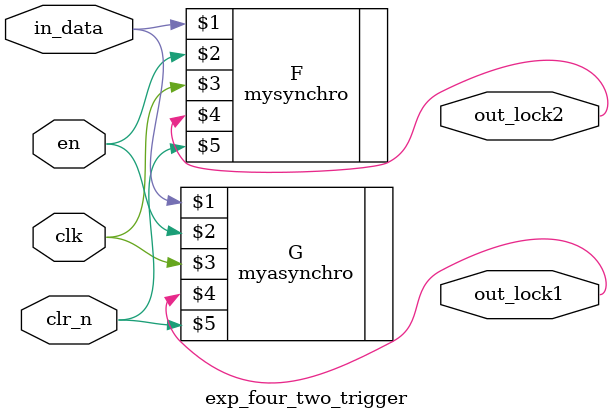
<source format=v>
module exp_four_two_trigger(in_data,en,out_lock1,out_lock2,clk,clr_n);

input in_data,en,clk,clr_n;
output out_lock2,out_lock1;
myasynchro G(in_data,en,clk,out_lock1,clr_n);
mysynchro F(in_data,en,clk,out_lock2,clr_n);

endmodule

</source>
